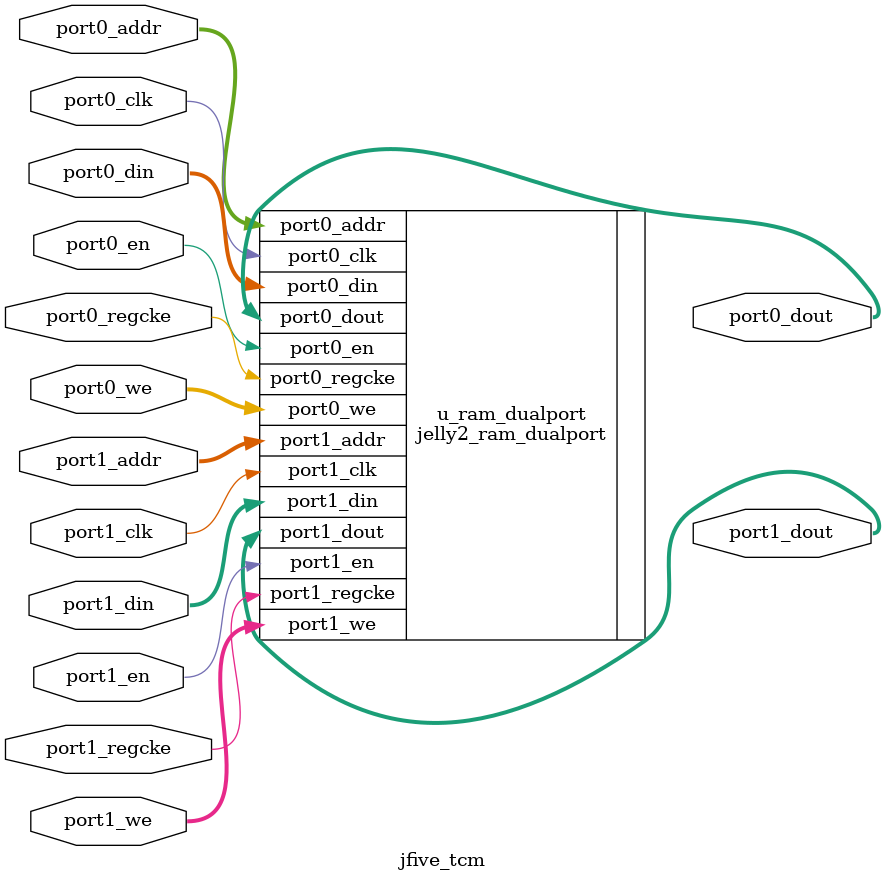
<source format=sv>

`timescale 1ns / 1ps
`default_nettype none

module jfive_tcm
        #(
            parameter   int                                 ADDR_WIDTH   = 14,
            parameter   int                                 DATA_WIDTH   = 32,
            parameter   int                                 WE_WIDTH     = 4,
            parameter   int                                 WORD_WIDTH   = DATA_WIDTH/WE_WIDTH,
            parameter   int                                 MEM_SIZE     = (1 << ADDR_WIDTH),
            parameter                                       RAM_TYPE     = "block",
            parameter   bit                                 DOUT_REGS0   = 0,
            parameter   bit                                 DOUT_REGS1   = 0,
            parameter                                       MODE0        = "NORMAL",
            parameter                                       MODE1        = "NORMAL",

            parameter   bit                                 FILLMEM      = 0,
            parameter   logic   [WE_WIDTH*WORD_WIDTH-1:0]   FILLMEM_DATA = 0,
            parameter   bit                                 READMEMB     = 0,
            parameter   bit                                 READMEMH     = 1,
            parameter                                       READMEM_FIlE = "../mem.hex"
        )
        (
            // port0
            input   var logic                               port0_clk,
            input   var logic                               port0_en,
            input   var logic                               port0_regcke,
            input   var logic   [WE_WIDTH-1:0]              port0_we,
            input   var logic   [ADDR_WIDTH-1:0]            port0_addr,
            input   var logic   [WE_WIDTH*WORD_WIDTH-1:0]   port0_din,
            output  var logic   [WE_WIDTH*WORD_WIDTH-1:0]   port0_dout,
            
            // port1
            input   var logic                               port1_clk,
            input   var logic                               port1_en,
            input   var logic                               port1_regcke,
            input   var logic   [WE_WIDTH-1:0]              port1_we,
            input   var logic   [ADDR_WIDTH-1:0]            port1_addr,
            input   var logic   [WE_WIDTH*WORD_WIDTH-1:0]   port1_din,
            output  var logic   [WE_WIDTH*WORD_WIDTH-1:0]   port1_dout
        );


    jelly2_ram_dualport
            #(
                .ADDR_WIDTH     (ADDR_WIDTH     ),
                .DATA_WIDTH     (DATA_WIDTH     ),
                .WE_WIDTH       (WE_WIDTH       ),
                .WORD_WIDTH     (WORD_WIDTH     ),
                .MEM_SIZE       (MEM_SIZE       ),
                .RAM_TYPE       (RAM_TYPE       ),
                .DOUT_REGS0     (DOUT_REGS0     ),
                .DOUT_REGS1     (DOUT_REGS1     ),
                .MODE0          (MODE0          ),
                .MODE1          (MODE1          ),
                .FILLMEM        (FILLMEM        ),
                .FILLMEM_DATA   (FILLMEM_DATA   ),
                .READMEMB       (READMEMB       ),
                .READMEMH       (READMEMH       ),
                .READMEM_FIlE   (READMEM_FIlE   )
            )
        u_ram_dualport
            (
                .port0_clk      ,
                .port0_en       ,
                .port0_regcke   ,
                .port0_we       ,
                .port0_addr     ,
                .port0_din      ,
                .port0_dout     ,
                
                .port1_clk      ,
                .port1_en       ,
                .port1_regcke   ,
                .port1_we       ,
                .port1_addr     ,
                .port1_din      ,
                .port1_dout     
            );

endmodule


`default_nettype wire


// end of file

</source>
